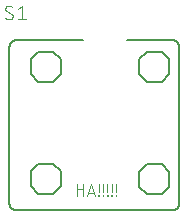
<source format=gto>
G04 EAGLE Gerber RS-274X export*
G75*
%MOMM*%
%FSLAX34Y34*%
%LPD*%
%INTop Silkscreen*%
%IPPOS*%
%AMOC8*
5,1,8,0,0,1.08239X$1,22.5*%
G01*
%ADD10C,0.000000*%
%ADD11C,0.152400*%
%ADD12C,0.127000*%
%ADD13C,0.101600*%


D10*
X64000Y17000D02*
X64000Y27160D01*
X64000Y22644D02*
X69644Y22644D01*
X69644Y27160D02*
X69644Y17000D01*
X72884Y17000D02*
X76271Y27160D01*
X79658Y17000D01*
X78811Y19540D02*
X73731Y19540D01*
X82672Y20387D02*
X82672Y27160D01*
X82390Y17564D02*
X82390Y17000D01*
X82390Y17564D02*
X82954Y17564D01*
X82954Y17000D01*
X82390Y17000D01*
X86329Y20387D02*
X86329Y27160D01*
X86047Y17564D02*
X86047Y17000D01*
X86047Y17564D02*
X86612Y17564D01*
X86612Y17000D01*
X86047Y17000D01*
X89987Y20387D02*
X89987Y27160D01*
X89705Y17564D02*
X89705Y17000D01*
X89705Y17564D02*
X90269Y17564D01*
X90269Y17000D01*
X89705Y17000D01*
X93644Y20387D02*
X93644Y27160D01*
X93362Y17564D02*
X93362Y17000D01*
X93362Y17564D02*
X93927Y17564D01*
X93927Y17000D01*
X93362Y17000D01*
X97302Y20387D02*
X97302Y27160D01*
X97020Y17564D02*
X97020Y17000D01*
X97020Y17564D02*
X97584Y17564D01*
X97584Y17000D01*
X97020Y17000D01*
D11*
X43950Y139200D02*
X31250Y139200D01*
X43950Y139200D02*
X50300Y132850D01*
X50300Y120150D01*
X43950Y113800D01*
X24900Y120150D02*
X24900Y132850D01*
X31250Y139200D01*
X24900Y120150D02*
X31250Y113800D01*
X43950Y113800D01*
X123450Y139200D02*
X136150Y139200D01*
X142500Y132850D01*
X142500Y120150D01*
X136150Y113800D01*
X117100Y120150D02*
X117100Y132850D01*
X123450Y139200D01*
X117100Y120150D02*
X123450Y113800D01*
X136150Y113800D01*
X44350Y44200D02*
X31650Y44200D01*
X44350Y44200D02*
X50700Y37850D01*
X50700Y25150D01*
X44350Y18800D01*
X25300Y25150D02*
X25300Y37850D01*
X31650Y44200D01*
X25300Y25150D02*
X31650Y18800D01*
X44350Y18800D01*
X123250Y44000D02*
X135950Y44000D01*
X142300Y37650D01*
X142300Y24950D01*
X135950Y18600D01*
X116900Y24950D02*
X116900Y37650D01*
X123250Y44000D01*
X116900Y24950D02*
X123250Y18600D01*
X135950Y18600D01*
D12*
X51000Y149000D02*
X13000Y149000D01*
X51000Y149000D02*
X69000Y149000D01*
X107000Y149000D02*
X145000Y149000D01*
X151000Y143000D02*
X151000Y137000D01*
X151000Y17000D01*
X151000Y11000D01*
X145000Y5000D02*
X107000Y5000D01*
X89000Y5000D01*
X69000Y5000D01*
X51000Y5000D01*
X13000Y5000D01*
X7000Y11000D02*
X7000Y17000D01*
X7000Y137000D01*
X7000Y143000D01*
X7002Y143152D01*
X7008Y143304D01*
X7017Y143456D01*
X7031Y143607D01*
X7048Y143758D01*
X7069Y143909D01*
X7094Y144059D01*
X7123Y144208D01*
X7155Y144356D01*
X7192Y144504D01*
X7231Y144651D01*
X7275Y144796D01*
X7323Y144941D01*
X7373Y145084D01*
X7428Y145226D01*
X7486Y145366D01*
X7548Y145505D01*
X7613Y145642D01*
X7682Y145778D01*
X7754Y145912D01*
X7829Y146044D01*
X7908Y146174D01*
X7990Y146302D01*
X8075Y146428D01*
X8164Y146551D01*
X8255Y146673D01*
X8350Y146792D01*
X8447Y146908D01*
X8548Y147022D01*
X8651Y147134D01*
X8757Y147243D01*
X8866Y147349D01*
X8978Y147452D01*
X9092Y147553D01*
X9208Y147650D01*
X9327Y147745D01*
X9449Y147836D01*
X9572Y147925D01*
X9698Y148010D01*
X9826Y148092D01*
X9956Y148171D01*
X10088Y148246D01*
X10222Y148318D01*
X10358Y148387D01*
X10495Y148452D01*
X10634Y148514D01*
X10774Y148572D01*
X10916Y148627D01*
X11059Y148677D01*
X11204Y148725D01*
X11349Y148769D01*
X11496Y148808D01*
X11644Y148845D01*
X11792Y148877D01*
X11941Y148906D01*
X12091Y148931D01*
X12242Y148952D01*
X12393Y148969D01*
X12544Y148983D01*
X12696Y148992D01*
X12848Y148998D01*
X13000Y149000D01*
X145000Y149000D02*
X145152Y148998D01*
X145304Y148992D01*
X145456Y148983D01*
X145607Y148969D01*
X145758Y148952D01*
X145909Y148931D01*
X146059Y148906D01*
X146208Y148877D01*
X146356Y148845D01*
X146504Y148808D01*
X146651Y148769D01*
X146796Y148725D01*
X146941Y148677D01*
X147084Y148627D01*
X147226Y148572D01*
X147366Y148514D01*
X147505Y148452D01*
X147642Y148387D01*
X147778Y148318D01*
X147912Y148246D01*
X148044Y148171D01*
X148174Y148092D01*
X148302Y148010D01*
X148428Y147925D01*
X148551Y147836D01*
X148673Y147745D01*
X148792Y147650D01*
X148908Y147553D01*
X149022Y147452D01*
X149134Y147349D01*
X149243Y147243D01*
X149349Y147134D01*
X149452Y147022D01*
X149553Y146908D01*
X149650Y146792D01*
X149745Y146673D01*
X149836Y146551D01*
X149925Y146428D01*
X150010Y146302D01*
X150092Y146174D01*
X150171Y146044D01*
X150246Y145912D01*
X150318Y145778D01*
X150387Y145642D01*
X150452Y145505D01*
X150514Y145366D01*
X150572Y145226D01*
X150627Y145084D01*
X150677Y144941D01*
X150725Y144796D01*
X150769Y144651D01*
X150808Y144504D01*
X150845Y144356D01*
X150877Y144208D01*
X150906Y144059D01*
X150931Y143909D01*
X150952Y143758D01*
X150969Y143607D01*
X150983Y143456D01*
X150992Y143304D01*
X150998Y143152D01*
X151000Y143000D01*
X151000Y11000D02*
X150998Y10848D01*
X150992Y10696D01*
X150983Y10544D01*
X150969Y10393D01*
X150952Y10242D01*
X150931Y10091D01*
X150906Y9941D01*
X150877Y9792D01*
X150845Y9644D01*
X150808Y9496D01*
X150769Y9349D01*
X150725Y9204D01*
X150677Y9059D01*
X150627Y8916D01*
X150572Y8774D01*
X150514Y8634D01*
X150452Y8495D01*
X150387Y8358D01*
X150318Y8222D01*
X150246Y8088D01*
X150171Y7956D01*
X150092Y7826D01*
X150010Y7698D01*
X149925Y7572D01*
X149836Y7449D01*
X149745Y7327D01*
X149650Y7208D01*
X149553Y7092D01*
X149452Y6978D01*
X149349Y6866D01*
X149243Y6757D01*
X149134Y6651D01*
X149022Y6548D01*
X148908Y6447D01*
X148792Y6350D01*
X148673Y6255D01*
X148551Y6164D01*
X148428Y6075D01*
X148302Y5990D01*
X148174Y5908D01*
X148044Y5829D01*
X147912Y5754D01*
X147778Y5682D01*
X147642Y5613D01*
X147505Y5548D01*
X147366Y5486D01*
X147226Y5428D01*
X147084Y5373D01*
X146941Y5323D01*
X146796Y5275D01*
X146651Y5231D01*
X146504Y5192D01*
X146356Y5155D01*
X146208Y5123D01*
X146059Y5094D01*
X145909Y5069D01*
X145758Y5048D01*
X145607Y5031D01*
X145456Y5017D01*
X145304Y5008D01*
X145152Y5002D01*
X145000Y5000D01*
X13000Y5000D02*
X12848Y5002D01*
X12696Y5008D01*
X12544Y5017D01*
X12393Y5031D01*
X12242Y5048D01*
X12091Y5069D01*
X11941Y5094D01*
X11792Y5123D01*
X11644Y5155D01*
X11496Y5192D01*
X11349Y5231D01*
X11204Y5275D01*
X11059Y5323D01*
X10916Y5373D01*
X10774Y5428D01*
X10634Y5486D01*
X10495Y5548D01*
X10358Y5613D01*
X10222Y5682D01*
X10088Y5754D01*
X9956Y5829D01*
X9826Y5908D01*
X9698Y5990D01*
X9572Y6075D01*
X9449Y6164D01*
X9327Y6255D01*
X9208Y6350D01*
X9092Y6447D01*
X8978Y6548D01*
X8866Y6651D01*
X8757Y6757D01*
X8651Y6866D01*
X8548Y6978D01*
X8447Y7092D01*
X8350Y7208D01*
X8255Y7327D01*
X8164Y7449D01*
X8075Y7572D01*
X7990Y7698D01*
X7908Y7826D01*
X7829Y7956D01*
X7754Y8088D01*
X7682Y8222D01*
X7613Y8358D01*
X7548Y8495D01*
X7486Y8634D01*
X7428Y8774D01*
X7373Y8916D01*
X7323Y9059D01*
X7275Y9204D01*
X7231Y9349D01*
X7192Y9496D01*
X7155Y9644D01*
X7123Y9792D01*
X7094Y9941D01*
X7069Y10091D01*
X7048Y10242D01*
X7031Y10393D01*
X7017Y10544D01*
X7008Y10696D01*
X7002Y10848D01*
X7000Y11000D01*
D13*
X7203Y166408D02*
X7302Y166410D01*
X7402Y166416D01*
X7501Y166425D01*
X7599Y166438D01*
X7697Y166455D01*
X7795Y166476D01*
X7891Y166501D01*
X7986Y166529D01*
X8080Y166561D01*
X8173Y166596D01*
X8265Y166635D01*
X8355Y166678D01*
X8443Y166723D01*
X8530Y166773D01*
X8614Y166825D01*
X8697Y166881D01*
X8777Y166939D01*
X8855Y167001D01*
X8930Y167066D01*
X9003Y167134D01*
X9073Y167204D01*
X9141Y167277D01*
X9206Y167352D01*
X9268Y167430D01*
X9326Y167510D01*
X9382Y167593D01*
X9434Y167677D01*
X9484Y167764D01*
X9529Y167852D01*
X9572Y167942D01*
X9611Y168034D01*
X9646Y168127D01*
X9678Y168221D01*
X9706Y168316D01*
X9731Y168412D01*
X9752Y168510D01*
X9769Y168608D01*
X9782Y168706D01*
X9791Y168805D01*
X9797Y168905D01*
X9799Y169004D01*
X7203Y166408D02*
X7059Y166410D01*
X6914Y166416D01*
X6770Y166425D01*
X6627Y166438D01*
X6483Y166455D01*
X6340Y166476D01*
X6198Y166501D01*
X6057Y166529D01*
X5916Y166561D01*
X5776Y166597D01*
X5637Y166636D01*
X5499Y166679D01*
X5363Y166726D01*
X5227Y166776D01*
X5093Y166830D01*
X4961Y166887D01*
X4830Y166948D01*
X4701Y167012D01*
X4573Y167080D01*
X4447Y167150D01*
X4323Y167225D01*
X4202Y167302D01*
X4082Y167383D01*
X3964Y167466D01*
X3849Y167553D01*
X3736Y167643D01*
X3625Y167736D01*
X3517Y167831D01*
X3411Y167930D01*
X3308Y168031D01*
X3633Y175496D02*
X3635Y175595D01*
X3641Y175695D01*
X3650Y175794D01*
X3663Y175892D01*
X3680Y175990D01*
X3701Y176088D01*
X3726Y176184D01*
X3754Y176279D01*
X3786Y176373D01*
X3821Y176466D01*
X3860Y176558D01*
X3903Y176648D01*
X3948Y176736D01*
X3998Y176823D01*
X4050Y176907D01*
X4106Y176990D01*
X4164Y177070D01*
X4226Y177148D01*
X4291Y177223D01*
X4359Y177296D01*
X4429Y177366D01*
X4502Y177434D01*
X4577Y177499D01*
X4655Y177561D01*
X4735Y177619D01*
X4818Y177675D01*
X4902Y177727D01*
X4989Y177777D01*
X5077Y177822D01*
X5167Y177865D01*
X5259Y177904D01*
X5352Y177939D01*
X5446Y177971D01*
X5541Y177999D01*
X5638Y178024D01*
X5735Y178045D01*
X5833Y178062D01*
X5931Y178075D01*
X6030Y178084D01*
X6130Y178090D01*
X6229Y178092D01*
X6365Y178090D01*
X6501Y178084D01*
X6637Y178075D01*
X6773Y178062D01*
X6908Y178044D01*
X7042Y178024D01*
X7176Y177999D01*
X7310Y177971D01*
X7442Y177938D01*
X7573Y177903D01*
X7704Y177863D01*
X7833Y177820D01*
X7961Y177774D01*
X8087Y177723D01*
X8213Y177670D01*
X8336Y177612D01*
X8458Y177552D01*
X8578Y177488D01*
X8697Y177420D01*
X8813Y177350D01*
X8927Y177276D01*
X9040Y177199D01*
X9150Y177118D01*
X4931Y173224D02*
X4845Y173277D01*
X4761Y173334D01*
X4679Y173393D01*
X4599Y173456D01*
X4522Y173522D01*
X4447Y173590D01*
X4375Y173662D01*
X4306Y173736D01*
X4240Y173813D01*
X4177Y173892D01*
X4117Y173974D01*
X4060Y174058D01*
X4006Y174144D01*
X3956Y174232D01*
X3909Y174322D01*
X3865Y174413D01*
X3826Y174507D01*
X3789Y174601D01*
X3757Y174697D01*
X3728Y174795D01*
X3703Y174893D01*
X3682Y174992D01*
X3664Y175092D01*
X3651Y175192D01*
X3641Y175293D01*
X3635Y175395D01*
X3633Y175496D01*
X8501Y171276D02*
X8587Y171223D01*
X8671Y171166D01*
X8753Y171107D01*
X8833Y171044D01*
X8910Y170978D01*
X8985Y170910D01*
X9057Y170838D01*
X9126Y170764D01*
X9192Y170687D01*
X9255Y170608D01*
X9315Y170526D01*
X9372Y170442D01*
X9426Y170356D01*
X9476Y170268D01*
X9523Y170178D01*
X9567Y170087D01*
X9606Y169993D01*
X9643Y169899D01*
X9675Y169803D01*
X9704Y169705D01*
X9729Y169607D01*
X9750Y169508D01*
X9768Y169408D01*
X9781Y169308D01*
X9791Y169207D01*
X9797Y169105D01*
X9799Y169004D01*
X8501Y171276D02*
X4931Y173224D01*
X14357Y175496D02*
X17603Y178092D01*
X17603Y166408D01*
X20848Y166408D02*
X14357Y166408D01*
M02*

</source>
